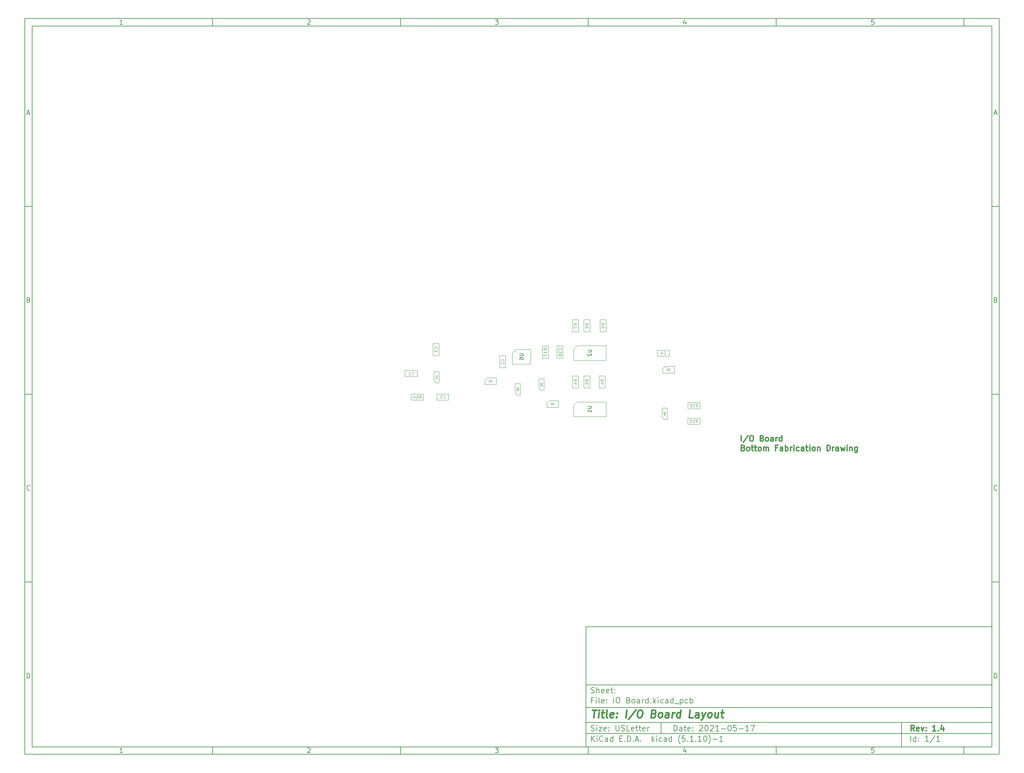
<source format=gbr>
G04 #@! TF.GenerationSoftware,KiCad,Pcbnew,(5.1.10)-1*
G04 #@! TF.CreationDate,2021-05-21T10:06:19-04:00*
G04 #@! TF.ProjectId,IO Board,494f2042-6f61-4726-942e-6b696361645f,1.4*
G04 #@! TF.SameCoordinates,Original*
G04 #@! TF.FileFunction,Other,Fab,Bot*
%FSLAX46Y46*%
G04 Gerber Fmt 4.6, Leading zero omitted, Abs format (unit mm)*
G04 Created by KiCad (PCBNEW (5.1.10)-1) date 2021-05-21 10:06:19*
%MOMM*%
%LPD*%
G01*
G04 APERTURE LIST*
%ADD10C,0.100000*%
%ADD11C,0.150000*%
%ADD12C,0.300000*%
%ADD13C,0.400000*%
%ADD14C,0.075000*%
%ADD15C,0.120000*%
G04 APERTURE END LIST*
D10*
D11*
X159400000Y-171900000D02*
X159400000Y-203900000D01*
X267400000Y-203900000D01*
X267400000Y-171900000D01*
X159400000Y-171900000D01*
D10*
D11*
X10000000Y-10000000D02*
X10000000Y-205900000D01*
X269400000Y-205900000D01*
X269400000Y-10000000D01*
X10000000Y-10000000D01*
D10*
D11*
X12000000Y-12000000D02*
X12000000Y-203900000D01*
X267400000Y-203900000D01*
X267400000Y-12000000D01*
X12000000Y-12000000D01*
D10*
D11*
X60000000Y-12000000D02*
X60000000Y-10000000D01*
D10*
D11*
X110000000Y-12000000D02*
X110000000Y-10000000D01*
D10*
D11*
X160000000Y-12000000D02*
X160000000Y-10000000D01*
D10*
D11*
X210000000Y-12000000D02*
X210000000Y-10000000D01*
D10*
D11*
X260000000Y-12000000D02*
X260000000Y-10000000D01*
D10*
D11*
X36065476Y-11588095D02*
X35322619Y-11588095D01*
X35694047Y-11588095D02*
X35694047Y-10288095D01*
X35570238Y-10473809D01*
X35446428Y-10597619D01*
X35322619Y-10659523D01*
D10*
D11*
X85322619Y-10411904D02*
X85384523Y-10350000D01*
X85508333Y-10288095D01*
X85817857Y-10288095D01*
X85941666Y-10350000D01*
X86003571Y-10411904D01*
X86065476Y-10535714D01*
X86065476Y-10659523D01*
X86003571Y-10845238D01*
X85260714Y-11588095D01*
X86065476Y-11588095D01*
D10*
D11*
X135260714Y-10288095D02*
X136065476Y-10288095D01*
X135632142Y-10783333D01*
X135817857Y-10783333D01*
X135941666Y-10845238D01*
X136003571Y-10907142D01*
X136065476Y-11030952D01*
X136065476Y-11340476D01*
X136003571Y-11464285D01*
X135941666Y-11526190D01*
X135817857Y-11588095D01*
X135446428Y-11588095D01*
X135322619Y-11526190D01*
X135260714Y-11464285D01*
D10*
D11*
X185941666Y-10721428D02*
X185941666Y-11588095D01*
X185632142Y-10226190D02*
X185322619Y-11154761D01*
X186127380Y-11154761D01*
D10*
D11*
X236003571Y-10288095D02*
X235384523Y-10288095D01*
X235322619Y-10907142D01*
X235384523Y-10845238D01*
X235508333Y-10783333D01*
X235817857Y-10783333D01*
X235941666Y-10845238D01*
X236003571Y-10907142D01*
X236065476Y-11030952D01*
X236065476Y-11340476D01*
X236003571Y-11464285D01*
X235941666Y-11526190D01*
X235817857Y-11588095D01*
X235508333Y-11588095D01*
X235384523Y-11526190D01*
X235322619Y-11464285D01*
D10*
D11*
X60000000Y-203900000D02*
X60000000Y-205900000D01*
D10*
D11*
X110000000Y-203900000D02*
X110000000Y-205900000D01*
D10*
D11*
X160000000Y-203900000D02*
X160000000Y-205900000D01*
D10*
D11*
X210000000Y-203900000D02*
X210000000Y-205900000D01*
D10*
D11*
X260000000Y-203900000D02*
X260000000Y-205900000D01*
D10*
D11*
X36065476Y-205488095D02*
X35322619Y-205488095D01*
X35694047Y-205488095D02*
X35694047Y-204188095D01*
X35570238Y-204373809D01*
X35446428Y-204497619D01*
X35322619Y-204559523D01*
D10*
D11*
X85322619Y-204311904D02*
X85384523Y-204250000D01*
X85508333Y-204188095D01*
X85817857Y-204188095D01*
X85941666Y-204250000D01*
X86003571Y-204311904D01*
X86065476Y-204435714D01*
X86065476Y-204559523D01*
X86003571Y-204745238D01*
X85260714Y-205488095D01*
X86065476Y-205488095D01*
D10*
D11*
X135260714Y-204188095D02*
X136065476Y-204188095D01*
X135632142Y-204683333D01*
X135817857Y-204683333D01*
X135941666Y-204745238D01*
X136003571Y-204807142D01*
X136065476Y-204930952D01*
X136065476Y-205240476D01*
X136003571Y-205364285D01*
X135941666Y-205426190D01*
X135817857Y-205488095D01*
X135446428Y-205488095D01*
X135322619Y-205426190D01*
X135260714Y-205364285D01*
D10*
D11*
X185941666Y-204621428D02*
X185941666Y-205488095D01*
X185632142Y-204126190D02*
X185322619Y-205054761D01*
X186127380Y-205054761D01*
D10*
D11*
X236003571Y-204188095D02*
X235384523Y-204188095D01*
X235322619Y-204807142D01*
X235384523Y-204745238D01*
X235508333Y-204683333D01*
X235817857Y-204683333D01*
X235941666Y-204745238D01*
X236003571Y-204807142D01*
X236065476Y-204930952D01*
X236065476Y-205240476D01*
X236003571Y-205364285D01*
X235941666Y-205426190D01*
X235817857Y-205488095D01*
X235508333Y-205488095D01*
X235384523Y-205426190D01*
X235322619Y-205364285D01*
D10*
D11*
X10000000Y-60000000D02*
X12000000Y-60000000D01*
D10*
D11*
X10000000Y-110000000D02*
X12000000Y-110000000D01*
D10*
D11*
X10000000Y-160000000D02*
X12000000Y-160000000D01*
D10*
D11*
X10690476Y-35216666D02*
X11309523Y-35216666D01*
X10566666Y-35588095D02*
X11000000Y-34288095D01*
X11433333Y-35588095D01*
D10*
D11*
X11092857Y-84907142D02*
X11278571Y-84969047D01*
X11340476Y-85030952D01*
X11402380Y-85154761D01*
X11402380Y-85340476D01*
X11340476Y-85464285D01*
X11278571Y-85526190D01*
X11154761Y-85588095D01*
X10659523Y-85588095D01*
X10659523Y-84288095D01*
X11092857Y-84288095D01*
X11216666Y-84350000D01*
X11278571Y-84411904D01*
X11340476Y-84535714D01*
X11340476Y-84659523D01*
X11278571Y-84783333D01*
X11216666Y-84845238D01*
X11092857Y-84907142D01*
X10659523Y-84907142D01*
D10*
D11*
X11402380Y-135464285D02*
X11340476Y-135526190D01*
X11154761Y-135588095D01*
X11030952Y-135588095D01*
X10845238Y-135526190D01*
X10721428Y-135402380D01*
X10659523Y-135278571D01*
X10597619Y-135030952D01*
X10597619Y-134845238D01*
X10659523Y-134597619D01*
X10721428Y-134473809D01*
X10845238Y-134350000D01*
X11030952Y-134288095D01*
X11154761Y-134288095D01*
X11340476Y-134350000D01*
X11402380Y-134411904D01*
D10*
D11*
X10659523Y-185588095D02*
X10659523Y-184288095D01*
X10969047Y-184288095D01*
X11154761Y-184350000D01*
X11278571Y-184473809D01*
X11340476Y-184597619D01*
X11402380Y-184845238D01*
X11402380Y-185030952D01*
X11340476Y-185278571D01*
X11278571Y-185402380D01*
X11154761Y-185526190D01*
X10969047Y-185588095D01*
X10659523Y-185588095D01*
D10*
D11*
X269400000Y-60000000D02*
X267400000Y-60000000D01*
D10*
D11*
X269400000Y-110000000D02*
X267400000Y-110000000D01*
D10*
D11*
X269400000Y-160000000D02*
X267400000Y-160000000D01*
D10*
D11*
X268090476Y-35216666D02*
X268709523Y-35216666D01*
X267966666Y-35588095D02*
X268400000Y-34288095D01*
X268833333Y-35588095D01*
D10*
D11*
X268492857Y-84907142D02*
X268678571Y-84969047D01*
X268740476Y-85030952D01*
X268802380Y-85154761D01*
X268802380Y-85340476D01*
X268740476Y-85464285D01*
X268678571Y-85526190D01*
X268554761Y-85588095D01*
X268059523Y-85588095D01*
X268059523Y-84288095D01*
X268492857Y-84288095D01*
X268616666Y-84350000D01*
X268678571Y-84411904D01*
X268740476Y-84535714D01*
X268740476Y-84659523D01*
X268678571Y-84783333D01*
X268616666Y-84845238D01*
X268492857Y-84907142D01*
X268059523Y-84907142D01*
D10*
D11*
X268802380Y-135464285D02*
X268740476Y-135526190D01*
X268554761Y-135588095D01*
X268430952Y-135588095D01*
X268245238Y-135526190D01*
X268121428Y-135402380D01*
X268059523Y-135278571D01*
X267997619Y-135030952D01*
X267997619Y-134845238D01*
X268059523Y-134597619D01*
X268121428Y-134473809D01*
X268245238Y-134350000D01*
X268430952Y-134288095D01*
X268554761Y-134288095D01*
X268740476Y-134350000D01*
X268802380Y-134411904D01*
D10*
D11*
X268059523Y-185588095D02*
X268059523Y-184288095D01*
X268369047Y-184288095D01*
X268554761Y-184350000D01*
X268678571Y-184473809D01*
X268740476Y-184597619D01*
X268802380Y-184845238D01*
X268802380Y-185030952D01*
X268740476Y-185278571D01*
X268678571Y-185402380D01*
X268554761Y-185526190D01*
X268369047Y-185588095D01*
X268059523Y-185588095D01*
D10*
D11*
X182832142Y-199678571D02*
X182832142Y-198178571D01*
X183189285Y-198178571D01*
X183403571Y-198250000D01*
X183546428Y-198392857D01*
X183617857Y-198535714D01*
X183689285Y-198821428D01*
X183689285Y-199035714D01*
X183617857Y-199321428D01*
X183546428Y-199464285D01*
X183403571Y-199607142D01*
X183189285Y-199678571D01*
X182832142Y-199678571D01*
X184975000Y-199678571D02*
X184975000Y-198892857D01*
X184903571Y-198750000D01*
X184760714Y-198678571D01*
X184475000Y-198678571D01*
X184332142Y-198750000D01*
X184975000Y-199607142D02*
X184832142Y-199678571D01*
X184475000Y-199678571D01*
X184332142Y-199607142D01*
X184260714Y-199464285D01*
X184260714Y-199321428D01*
X184332142Y-199178571D01*
X184475000Y-199107142D01*
X184832142Y-199107142D01*
X184975000Y-199035714D01*
X185475000Y-198678571D02*
X186046428Y-198678571D01*
X185689285Y-198178571D02*
X185689285Y-199464285D01*
X185760714Y-199607142D01*
X185903571Y-199678571D01*
X186046428Y-199678571D01*
X187117857Y-199607142D02*
X186975000Y-199678571D01*
X186689285Y-199678571D01*
X186546428Y-199607142D01*
X186475000Y-199464285D01*
X186475000Y-198892857D01*
X186546428Y-198750000D01*
X186689285Y-198678571D01*
X186975000Y-198678571D01*
X187117857Y-198750000D01*
X187189285Y-198892857D01*
X187189285Y-199035714D01*
X186475000Y-199178571D01*
X187832142Y-199535714D02*
X187903571Y-199607142D01*
X187832142Y-199678571D01*
X187760714Y-199607142D01*
X187832142Y-199535714D01*
X187832142Y-199678571D01*
X187832142Y-198750000D02*
X187903571Y-198821428D01*
X187832142Y-198892857D01*
X187760714Y-198821428D01*
X187832142Y-198750000D01*
X187832142Y-198892857D01*
X189617857Y-198321428D02*
X189689285Y-198250000D01*
X189832142Y-198178571D01*
X190189285Y-198178571D01*
X190332142Y-198250000D01*
X190403571Y-198321428D01*
X190475000Y-198464285D01*
X190475000Y-198607142D01*
X190403571Y-198821428D01*
X189546428Y-199678571D01*
X190475000Y-199678571D01*
X191403571Y-198178571D02*
X191546428Y-198178571D01*
X191689285Y-198250000D01*
X191760714Y-198321428D01*
X191832142Y-198464285D01*
X191903571Y-198750000D01*
X191903571Y-199107142D01*
X191832142Y-199392857D01*
X191760714Y-199535714D01*
X191689285Y-199607142D01*
X191546428Y-199678571D01*
X191403571Y-199678571D01*
X191260714Y-199607142D01*
X191189285Y-199535714D01*
X191117857Y-199392857D01*
X191046428Y-199107142D01*
X191046428Y-198750000D01*
X191117857Y-198464285D01*
X191189285Y-198321428D01*
X191260714Y-198250000D01*
X191403571Y-198178571D01*
X192475000Y-198321428D02*
X192546428Y-198250000D01*
X192689285Y-198178571D01*
X193046428Y-198178571D01*
X193189285Y-198250000D01*
X193260714Y-198321428D01*
X193332142Y-198464285D01*
X193332142Y-198607142D01*
X193260714Y-198821428D01*
X192403571Y-199678571D01*
X193332142Y-199678571D01*
X194760714Y-199678571D02*
X193903571Y-199678571D01*
X194332142Y-199678571D02*
X194332142Y-198178571D01*
X194189285Y-198392857D01*
X194046428Y-198535714D01*
X193903571Y-198607142D01*
X195403571Y-199107142D02*
X196546428Y-199107142D01*
X197546428Y-198178571D02*
X197689285Y-198178571D01*
X197832142Y-198250000D01*
X197903571Y-198321428D01*
X197975000Y-198464285D01*
X198046428Y-198750000D01*
X198046428Y-199107142D01*
X197975000Y-199392857D01*
X197903571Y-199535714D01*
X197832142Y-199607142D01*
X197689285Y-199678571D01*
X197546428Y-199678571D01*
X197403571Y-199607142D01*
X197332142Y-199535714D01*
X197260714Y-199392857D01*
X197189285Y-199107142D01*
X197189285Y-198750000D01*
X197260714Y-198464285D01*
X197332142Y-198321428D01*
X197403571Y-198250000D01*
X197546428Y-198178571D01*
X199403571Y-198178571D02*
X198689285Y-198178571D01*
X198617857Y-198892857D01*
X198689285Y-198821428D01*
X198832142Y-198750000D01*
X199189285Y-198750000D01*
X199332142Y-198821428D01*
X199403571Y-198892857D01*
X199475000Y-199035714D01*
X199475000Y-199392857D01*
X199403571Y-199535714D01*
X199332142Y-199607142D01*
X199189285Y-199678571D01*
X198832142Y-199678571D01*
X198689285Y-199607142D01*
X198617857Y-199535714D01*
X200117857Y-199107142D02*
X201260714Y-199107142D01*
X202760714Y-199678571D02*
X201903571Y-199678571D01*
X202332142Y-199678571D02*
X202332142Y-198178571D01*
X202189285Y-198392857D01*
X202046428Y-198535714D01*
X201903571Y-198607142D01*
X203260714Y-198178571D02*
X204260714Y-198178571D01*
X203617857Y-199678571D01*
D10*
D11*
X159400000Y-200400000D02*
X267400000Y-200400000D01*
D10*
D11*
X160832142Y-202478571D02*
X160832142Y-200978571D01*
X161689285Y-202478571D02*
X161046428Y-201621428D01*
X161689285Y-200978571D02*
X160832142Y-201835714D01*
X162332142Y-202478571D02*
X162332142Y-201478571D01*
X162332142Y-200978571D02*
X162260714Y-201050000D01*
X162332142Y-201121428D01*
X162403571Y-201050000D01*
X162332142Y-200978571D01*
X162332142Y-201121428D01*
X163903571Y-202335714D02*
X163832142Y-202407142D01*
X163617857Y-202478571D01*
X163475000Y-202478571D01*
X163260714Y-202407142D01*
X163117857Y-202264285D01*
X163046428Y-202121428D01*
X162975000Y-201835714D01*
X162975000Y-201621428D01*
X163046428Y-201335714D01*
X163117857Y-201192857D01*
X163260714Y-201050000D01*
X163475000Y-200978571D01*
X163617857Y-200978571D01*
X163832142Y-201050000D01*
X163903571Y-201121428D01*
X165189285Y-202478571D02*
X165189285Y-201692857D01*
X165117857Y-201550000D01*
X164975000Y-201478571D01*
X164689285Y-201478571D01*
X164546428Y-201550000D01*
X165189285Y-202407142D02*
X165046428Y-202478571D01*
X164689285Y-202478571D01*
X164546428Y-202407142D01*
X164475000Y-202264285D01*
X164475000Y-202121428D01*
X164546428Y-201978571D01*
X164689285Y-201907142D01*
X165046428Y-201907142D01*
X165189285Y-201835714D01*
X166546428Y-202478571D02*
X166546428Y-200978571D01*
X166546428Y-202407142D02*
X166403571Y-202478571D01*
X166117857Y-202478571D01*
X165975000Y-202407142D01*
X165903571Y-202335714D01*
X165832142Y-202192857D01*
X165832142Y-201764285D01*
X165903571Y-201621428D01*
X165975000Y-201550000D01*
X166117857Y-201478571D01*
X166403571Y-201478571D01*
X166546428Y-201550000D01*
X168403571Y-201692857D02*
X168903571Y-201692857D01*
X169117857Y-202478571D02*
X168403571Y-202478571D01*
X168403571Y-200978571D01*
X169117857Y-200978571D01*
X169760714Y-202335714D02*
X169832142Y-202407142D01*
X169760714Y-202478571D01*
X169689285Y-202407142D01*
X169760714Y-202335714D01*
X169760714Y-202478571D01*
X170475000Y-202478571D02*
X170475000Y-200978571D01*
X170832142Y-200978571D01*
X171046428Y-201050000D01*
X171189285Y-201192857D01*
X171260714Y-201335714D01*
X171332142Y-201621428D01*
X171332142Y-201835714D01*
X171260714Y-202121428D01*
X171189285Y-202264285D01*
X171046428Y-202407142D01*
X170832142Y-202478571D01*
X170475000Y-202478571D01*
X171975000Y-202335714D02*
X172046428Y-202407142D01*
X171975000Y-202478571D01*
X171903571Y-202407142D01*
X171975000Y-202335714D01*
X171975000Y-202478571D01*
X172617857Y-202050000D02*
X173332142Y-202050000D01*
X172475000Y-202478571D02*
X172975000Y-200978571D01*
X173475000Y-202478571D01*
X173975000Y-202335714D02*
X174046428Y-202407142D01*
X173975000Y-202478571D01*
X173903571Y-202407142D01*
X173975000Y-202335714D01*
X173975000Y-202478571D01*
X176975000Y-202478571D02*
X176975000Y-200978571D01*
X177117857Y-201907142D02*
X177546428Y-202478571D01*
X177546428Y-201478571D02*
X176975000Y-202050000D01*
X178189285Y-202478571D02*
X178189285Y-201478571D01*
X178189285Y-200978571D02*
X178117857Y-201050000D01*
X178189285Y-201121428D01*
X178260714Y-201050000D01*
X178189285Y-200978571D01*
X178189285Y-201121428D01*
X179546428Y-202407142D02*
X179403571Y-202478571D01*
X179117857Y-202478571D01*
X178975000Y-202407142D01*
X178903571Y-202335714D01*
X178832142Y-202192857D01*
X178832142Y-201764285D01*
X178903571Y-201621428D01*
X178975000Y-201550000D01*
X179117857Y-201478571D01*
X179403571Y-201478571D01*
X179546428Y-201550000D01*
X180832142Y-202478571D02*
X180832142Y-201692857D01*
X180760714Y-201550000D01*
X180617857Y-201478571D01*
X180332142Y-201478571D01*
X180189285Y-201550000D01*
X180832142Y-202407142D02*
X180689285Y-202478571D01*
X180332142Y-202478571D01*
X180189285Y-202407142D01*
X180117857Y-202264285D01*
X180117857Y-202121428D01*
X180189285Y-201978571D01*
X180332142Y-201907142D01*
X180689285Y-201907142D01*
X180832142Y-201835714D01*
X182189285Y-202478571D02*
X182189285Y-200978571D01*
X182189285Y-202407142D02*
X182046428Y-202478571D01*
X181760714Y-202478571D01*
X181617857Y-202407142D01*
X181546428Y-202335714D01*
X181475000Y-202192857D01*
X181475000Y-201764285D01*
X181546428Y-201621428D01*
X181617857Y-201550000D01*
X181760714Y-201478571D01*
X182046428Y-201478571D01*
X182189285Y-201550000D01*
X184475000Y-203050000D02*
X184403571Y-202978571D01*
X184260714Y-202764285D01*
X184189285Y-202621428D01*
X184117857Y-202407142D01*
X184046428Y-202050000D01*
X184046428Y-201764285D01*
X184117857Y-201407142D01*
X184189285Y-201192857D01*
X184260714Y-201050000D01*
X184403571Y-200835714D01*
X184475000Y-200764285D01*
X185760714Y-200978571D02*
X185046428Y-200978571D01*
X184975000Y-201692857D01*
X185046428Y-201621428D01*
X185189285Y-201550000D01*
X185546428Y-201550000D01*
X185689285Y-201621428D01*
X185760714Y-201692857D01*
X185832142Y-201835714D01*
X185832142Y-202192857D01*
X185760714Y-202335714D01*
X185689285Y-202407142D01*
X185546428Y-202478571D01*
X185189285Y-202478571D01*
X185046428Y-202407142D01*
X184975000Y-202335714D01*
X186475000Y-202335714D02*
X186546428Y-202407142D01*
X186475000Y-202478571D01*
X186403571Y-202407142D01*
X186475000Y-202335714D01*
X186475000Y-202478571D01*
X187975000Y-202478571D02*
X187117857Y-202478571D01*
X187546428Y-202478571D02*
X187546428Y-200978571D01*
X187403571Y-201192857D01*
X187260714Y-201335714D01*
X187117857Y-201407142D01*
X188617857Y-202335714D02*
X188689285Y-202407142D01*
X188617857Y-202478571D01*
X188546428Y-202407142D01*
X188617857Y-202335714D01*
X188617857Y-202478571D01*
X190117857Y-202478571D02*
X189260714Y-202478571D01*
X189689285Y-202478571D02*
X189689285Y-200978571D01*
X189546428Y-201192857D01*
X189403571Y-201335714D01*
X189260714Y-201407142D01*
X191046428Y-200978571D02*
X191189285Y-200978571D01*
X191332142Y-201050000D01*
X191403571Y-201121428D01*
X191475000Y-201264285D01*
X191546428Y-201550000D01*
X191546428Y-201907142D01*
X191475000Y-202192857D01*
X191403571Y-202335714D01*
X191332142Y-202407142D01*
X191189285Y-202478571D01*
X191046428Y-202478571D01*
X190903571Y-202407142D01*
X190832142Y-202335714D01*
X190760714Y-202192857D01*
X190689285Y-201907142D01*
X190689285Y-201550000D01*
X190760714Y-201264285D01*
X190832142Y-201121428D01*
X190903571Y-201050000D01*
X191046428Y-200978571D01*
X192046428Y-203050000D02*
X192117857Y-202978571D01*
X192260714Y-202764285D01*
X192332142Y-202621428D01*
X192403571Y-202407142D01*
X192475000Y-202050000D01*
X192475000Y-201764285D01*
X192403571Y-201407142D01*
X192332142Y-201192857D01*
X192260714Y-201050000D01*
X192117857Y-200835714D01*
X192046428Y-200764285D01*
X193189285Y-201907142D02*
X194332142Y-201907142D01*
X195832142Y-202478571D02*
X194975000Y-202478571D01*
X195403571Y-202478571D02*
X195403571Y-200978571D01*
X195260714Y-201192857D01*
X195117857Y-201335714D01*
X194975000Y-201407142D01*
D10*
D11*
X159400000Y-197400000D02*
X267400000Y-197400000D01*
D10*
D12*
X246809285Y-199678571D02*
X246309285Y-198964285D01*
X245952142Y-199678571D02*
X245952142Y-198178571D01*
X246523571Y-198178571D01*
X246666428Y-198250000D01*
X246737857Y-198321428D01*
X246809285Y-198464285D01*
X246809285Y-198678571D01*
X246737857Y-198821428D01*
X246666428Y-198892857D01*
X246523571Y-198964285D01*
X245952142Y-198964285D01*
X248023571Y-199607142D02*
X247880714Y-199678571D01*
X247595000Y-199678571D01*
X247452142Y-199607142D01*
X247380714Y-199464285D01*
X247380714Y-198892857D01*
X247452142Y-198750000D01*
X247595000Y-198678571D01*
X247880714Y-198678571D01*
X248023571Y-198750000D01*
X248095000Y-198892857D01*
X248095000Y-199035714D01*
X247380714Y-199178571D01*
X248595000Y-198678571D02*
X248952142Y-199678571D01*
X249309285Y-198678571D01*
X249880714Y-199535714D02*
X249952142Y-199607142D01*
X249880714Y-199678571D01*
X249809285Y-199607142D01*
X249880714Y-199535714D01*
X249880714Y-199678571D01*
X249880714Y-198750000D02*
X249952142Y-198821428D01*
X249880714Y-198892857D01*
X249809285Y-198821428D01*
X249880714Y-198750000D01*
X249880714Y-198892857D01*
X252523571Y-199678571D02*
X251666428Y-199678571D01*
X252095000Y-199678571D02*
X252095000Y-198178571D01*
X251952142Y-198392857D01*
X251809285Y-198535714D01*
X251666428Y-198607142D01*
X253166428Y-199535714D02*
X253237857Y-199607142D01*
X253166428Y-199678571D01*
X253095000Y-199607142D01*
X253166428Y-199535714D01*
X253166428Y-199678571D01*
X254523571Y-198678571D02*
X254523571Y-199678571D01*
X254166428Y-198107142D02*
X253809285Y-199178571D01*
X254737857Y-199178571D01*
D10*
D11*
X160760714Y-199607142D02*
X160975000Y-199678571D01*
X161332142Y-199678571D01*
X161475000Y-199607142D01*
X161546428Y-199535714D01*
X161617857Y-199392857D01*
X161617857Y-199250000D01*
X161546428Y-199107142D01*
X161475000Y-199035714D01*
X161332142Y-198964285D01*
X161046428Y-198892857D01*
X160903571Y-198821428D01*
X160832142Y-198750000D01*
X160760714Y-198607142D01*
X160760714Y-198464285D01*
X160832142Y-198321428D01*
X160903571Y-198250000D01*
X161046428Y-198178571D01*
X161403571Y-198178571D01*
X161617857Y-198250000D01*
X162260714Y-199678571D02*
X162260714Y-198678571D01*
X162260714Y-198178571D02*
X162189285Y-198250000D01*
X162260714Y-198321428D01*
X162332142Y-198250000D01*
X162260714Y-198178571D01*
X162260714Y-198321428D01*
X162832142Y-198678571D02*
X163617857Y-198678571D01*
X162832142Y-199678571D01*
X163617857Y-199678571D01*
X164760714Y-199607142D02*
X164617857Y-199678571D01*
X164332142Y-199678571D01*
X164189285Y-199607142D01*
X164117857Y-199464285D01*
X164117857Y-198892857D01*
X164189285Y-198750000D01*
X164332142Y-198678571D01*
X164617857Y-198678571D01*
X164760714Y-198750000D01*
X164832142Y-198892857D01*
X164832142Y-199035714D01*
X164117857Y-199178571D01*
X165475000Y-199535714D02*
X165546428Y-199607142D01*
X165475000Y-199678571D01*
X165403571Y-199607142D01*
X165475000Y-199535714D01*
X165475000Y-199678571D01*
X165475000Y-198750000D02*
X165546428Y-198821428D01*
X165475000Y-198892857D01*
X165403571Y-198821428D01*
X165475000Y-198750000D01*
X165475000Y-198892857D01*
X167332142Y-198178571D02*
X167332142Y-199392857D01*
X167403571Y-199535714D01*
X167475000Y-199607142D01*
X167617857Y-199678571D01*
X167903571Y-199678571D01*
X168046428Y-199607142D01*
X168117857Y-199535714D01*
X168189285Y-199392857D01*
X168189285Y-198178571D01*
X168832142Y-199607142D02*
X169046428Y-199678571D01*
X169403571Y-199678571D01*
X169546428Y-199607142D01*
X169617857Y-199535714D01*
X169689285Y-199392857D01*
X169689285Y-199250000D01*
X169617857Y-199107142D01*
X169546428Y-199035714D01*
X169403571Y-198964285D01*
X169117857Y-198892857D01*
X168975000Y-198821428D01*
X168903571Y-198750000D01*
X168832142Y-198607142D01*
X168832142Y-198464285D01*
X168903571Y-198321428D01*
X168975000Y-198250000D01*
X169117857Y-198178571D01*
X169475000Y-198178571D01*
X169689285Y-198250000D01*
X171046428Y-199678571D02*
X170332142Y-199678571D01*
X170332142Y-198178571D01*
X172117857Y-199607142D02*
X171975000Y-199678571D01*
X171689285Y-199678571D01*
X171546428Y-199607142D01*
X171475000Y-199464285D01*
X171475000Y-198892857D01*
X171546428Y-198750000D01*
X171689285Y-198678571D01*
X171975000Y-198678571D01*
X172117857Y-198750000D01*
X172189285Y-198892857D01*
X172189285Y-199035714D01*
X171475000Y-199178571D01*
X172617857Y-198678571D02*
X173189285Y-198678571D01*
X172832142Y-198178571D02*
X172832142Y-199464285D01*
X172903571Y-199607142D01*
X173046428Y-199678571D01*
X173189285Y-199678571D01*
X173475000Y-198678571D02*
X174046428Y-198678571D01*
X173689285Y-198178571D02*
X173689285Y-199464285D01*
X173760714Y-199607142D01*
X173903571Y-199678571D01*
X174046428Y-199678571D01*
X175117857Y-199607142D02*
X174975000Y-199678571D01*
X174689285Y-199678571D01*
X174546428Y-199607142D01*
X174475000Y-199464285D01*
X174475000Y-198892857D01*
X174546428Y-198750000D01*
X174689285Y-198678571D01*
X174975000Y-198678571D01*
X175117857Y-198750000D01*
X175189285Y-198892857D01*
X175189285Y-199035714D01*
X174475000Y-199178571D01*
X175832142Y-199678571D02*
X175832142Y-198678571D01*
X175832142Y-198964285D02*
X175903571Y-198821428D01*
X175975000Y-198750000D01*
X176117857Y-198678571D01*
X176260714Y-198678571D01*
D10*
D11*
X245832142Y-202478571D02*
X245832142Y-200978571D01*
X247189285Y-202478571D02*
X247189285Y-200978571D01*
X247189285Y-202407142D02*
X247046428Y-202478571D01*
X246760714Y-202478571D01*
X246617857Y-202407142D01*
X246546428Y-202335714D01*
X246475000Y-202192857D01*
X246475000Y-201764285D01*
X246546428Y-201621428D01*
X246617857Y-201550000D01*
X246760714Y-201478571D01*
X247046428Y-201478571D01*
X247189285Y-201550000D01*
X247903571Y-202335714D02*
X247975000Y-202407142D01*
X247903571Y-202478571D01*
X247832142Y-202407142D01*
X247903571Y-202335714D01*
X247903571Y-202478571D01*
X247903571Y-201550000D02*
X247975000Y-201621428D01*
X247903571Y-201692857D01*
X247832142Y-201621428D01*
X247903571Y-201550000D01*
X247903571Y-201692857D01*
X250546428Y-202478571D02*
X249689285Y-202478571D01*
X250117857Y-202478571D02*
X250117857Y-200978571D01*
X249975000Y-201192857D01*
X249832142Y-201335714D01*
X249689285Y-201407142D01*
X252260714Y-200907142D02*
X250975000Y-202835714D01*
X253546428Y-202478571D02*
X252689285Y-202478571D01*
X253117857Y-202478571D02*
X253117857Y-200978571D01*
X252975000Y-201192857D01*
X252832142Y-201335714D01*
X252689285Y-201407142D01*
D10*
D11*
X159400000Y-193400000D02*
X267400000Y-193400000D01*
D10*
D13*
X161112380Y-194104761D02*
X162255238Y-194104761D01*
X161433809Y-196104761D02*
X161683809Y-194104761D01*
X162671904Y-196104761D02*
X162838571Y-194771428D01*
X162921904Y-194104761D02*
X162814761Y-194200000D01*
X162898095Y-194295238D01*
X163005238Y-194200000D01*
X162921904Y-194104761D01*
X162898095Y-194295238D01*
X163505238Y-194771428D02*
X164267142Y-194771428D01*
X163874285Y-194104761D02*
X163660000Y-195819047D01*
X163731428Y-196009523D01*
X163910000Y-196104761D01*
X164100476Y-196104761D01*
X165052857Y-196104761D02*
X164874285Y-196009523D01*
X164802857Y-195819047D01*
X165017142Y-194104761D01*
X166588571Y-196009523D02*
X166386190Y-196104761D01*
X166005238Y-196104761D01*
X165826666Y-196009523D01*
X165755238Y-195819047D01*
X165850476Y-195057142D01*
X165969523Y-194866666D01*
X166171904Y-194771428D01*
X166552857Y-194771428D01*
X166731428Y-194866666D01*
X166802857Y-195057142D01*
X166779047Y-195247619D01*
X165802857Y-195438095D01*
X167552857Y-195914285D02*
X167636190Y-196009523D01*
X167529047Y-196104761D01*
X167445714Y-196009523D01*
X167552857Y-195914285D01*
X167529047Y-196104761D01*
X167683809Y-194866666D02*
X167767142Y-194961904D01*
X167660000Y-195057142D01*
X167576666Y-194961904D01*
X167683809Y-194866666D01*
X167660000Y-195057142D01*
X170005238Y-196104761D02*
X170255238Y-194104761D01*
X172648095Y-194009523D02*
X170612380Y-196580952D01*
X173683809Y-194104761D02*
X174064761Y-194104761D01*
X174243333Y-194200000D01*
X174410000Y-194390476D01*
X174457619Y-194771428D01*
X174374285Y-195438095D01*
X174231428Y-195819047D01*
X174017142Y-196009523D01*
X173814761Y-196104761D01*
X173433809Y-196104761D01*
X173255238Y-196009523D01*
X173088571Y-195819047D01*
X173040952Y-195438095D01*
X173124285Y-194771428D01*
X173267142Y-194390476D01*
X173481428Y-194200000D01*
X173683809Y-194104761D01*
X177469523Y-195057142D02*
X177743333Y-195152380D01*
X177826666Y-195247619D01*
X177898095Y-195438095D01*
X177862380Y-195723809D01*
X177743333Y-195914285D01*
X177636190Y-196009523D01*
X177433809Y-196104761D01*
X176671904Y-196104761D01*
X176921904Y-194104761D01*
X177588571Y-194104761D01*
X177767142Y-194200000D01*
X177850476Y-194295238D01*
X177921904Y-194485714D01*
X177898095Y-194676190D01*
X177779047Y-194866666D01*
X177671904Y-194961904D01*
X177469523Y-195057142D01*
X176802857Y-195057142D01*
X178957619Y-196104761D02*
X178779047Y-196009523D01*
X178695714Y-195914285D01*
X178624285Y-195723809D01*
X178695714Y-195152380D01*
X178814761Y-194961904D01*
X178921904Y-194866666D01*
X179124285Y-194771428D01*
X179410000Y-194771428D01*
X179588571Y-194866666D01*
X179671904Y-194961904D01*
X179743333Y-195152380D01*
X179671904Y-195723809D01*
X179552857Y-195914285D01*
X179445714Y-196009523D01*
X179243333Y-196104761D01*
X178957619Y-196104761D01*
X181338571Y-196104761D02*
X181469523Y-195057142D01*
X181398095Y-194866666D01*
X181219523Y-194771428D01*
X180838571Y-194771428D01*
X180636190Y-194866666D01*
X181350476Y-196009523D02*
X181148095Y-196104761D01*
X180671904Y-196104761D01*
X180493333Y-196009523D01*
X180421904Y-195819047D01*
X180445714Y-195628571D01*
X180564761Y-195438095D01*
X180767142Y-195342857D01*
X181243333Y-195342857D01*
X181445714Y-195247619D01*
X182290952Y-196104761D02*
X182457619Y-194771428D01*
X182410000Y-195152380D02*
X182529047Y-194961904D01*
X182636190Y-194866666D01*
X182838571Y-194771428D01*
X183029047Y-194771428D01*
X184386190Y-196104761D02*
X184636190Y-194104761D01*
X184398095Y-196009523D02*
X184195714Y-196104761D01*
X183814761Y-196104761D01*
X183636190Y-196009523D01*
X183552857Y-195914285D01*
X183481428Y-195723809D01*
X183552857Y-195152380D01*
X183671904Y-194961904D01*
X183779047Y-194866666D01*
X183981428Y-194771428D01*
X184362380Y-194771428D01*
X184540952Y-194866666D01*
X187814761Y-196104761D02*
X186862380Y-196104761D01*
X187112380Y-194104761D01*
X189338571Y-196104761D02*
X189469523Y-195057142D01*
X189398095Y-194866666D01*
X189219523Y-194771428D01*
X188838571Y-194771428D01*
X188636190Y-194866666D01*
X189350476Y-196009523D02*
X189148095Y-196104761D01*
X188671904Y-196104761D01*
X188493333Y-196009523D01*
X188421904Y-195819047D01*
X188445714Y-195628571D01*
X188564761Y-195438095D01*
X188767142Y-195342857D01*
X189243333Y-195342857D01*
X189445714Y-195247619D01*
X190267142Y-194771428D02*
X190576666Y-196104761D01*
X191219523Y-194771428D02*
X190576666Y-196104761D01*
X190326666Y-196580952D01*
X190219523Y-196676190D01*
X190017142Y-196771428D01*
X192100476Y-196104761D02*
X191921904Y-196009523D01*
X191838571Y-195914285D01*
X191767142Y-195723809D01*
X191838571Y-195152380D01*
X191957619Y-194961904D01*
X192064761Y-194866666D01*
X192267142Y-194771428D01*
X192552857Y-194771428D01*
X192731428Y-194866666D01*
X192814761Y-194961904D01*
X192886190Y-195152380D01*
X192814761Y-195723809D01*
X192695714Y-195914285D01*
X192588571Y-196009523D01*
X192386190Y-196104761D01*
X192100476Y-196104761D01*
X194648095Y-194771428D02*
X194481428Y-196104761D01*
X193790952Y-194771428D02*
X193660000Y-195819047D01*
X193731428Y-196009523D01*
X193910000Y-196104761D01*
X194195714Y-196104761D01*
X194398095Y-196009523D01*
X194505238Y-195914285D01*
X195314761Y-194771428D02*
X196076666Y-194771428D01*
X195683809Y-194104761D02*
X195469523Y-195819047D01*
X195540952Y-196009523D01*
X195719523Y-196104761D01*
X195910000Y-196104761D01*
D10*
D11*
X161332142Y-191492857D02*
X160832142Y-191492857D01*
X160832142Y-192278571D02*
X160832142Y-190778571D01*
X161546428Y-190778571D01*
X162117857Y-192278571D02*
X162117857Y-191278571D01*
X162117857Y-190778571D02*
X162046428Y-190850000D01*
X162117857Y-190921428D01*
X162189285Y-190850000D01*
X162117857Y-190778571D01*
X162117857Y-190921428D01*
X163046428Y-192278571D02*
X162903571Y-192207142D01*
X162832142Y-192064285D01*
X162832142Y-190778571D01*
X164189285Y-192207142D02*
X164046428Y-192278571D01*
X163760714Y-192278571D01*
X163617857Y-192207142D01*
X163546428Y-192064285D01*
X163546428Y-191492857D01*
X163617857Y-191350000D01*
X163760714Y-191278571D01*
X164046428Y-191278571D01*
X164189285Y-191350000D01*
X164260714Y-191492857D01*
X164260714Y-191635714D01*
X163546428Y-191778571D01*
X164903571Y-192135714D02*
X164975000Y-192207142D01*
X164903571Y-192278571D01*
X164832142Y-192207142D01*
X164903571Y-192135714D01*
X164903571Y-192278571D01*
X164903571Y-191350000D02*
X164975000Y-191421428D01*
X164903571Y-191492857D01*
X164832142Y-191421428D01*
X164903571Y-191350000D01*
X164903571Y-191492857D01*
X166760714Y-192278571D02*
X166760714Y-190778571D01*
X167760714Y-190778571D02*
X168046428Y-190778571D01*
X168189285Y-190850000D01*
X168332142Y-190992857D01*
X168403571Y-191278571D01*
X168403571Y-191778571D01*
X168332142Y-192064285D01*
X168189285Y-192207142D01*
X168046428Y-192278571D01*
X167760714Y-192278571D01*
X167617857Y-192207142D01*
X167475000Y-192064285D01*
X167403571Y-191778571D01*
X167403571Y-191278571D01*
X167475000Y-190992857D01*
X167617857Y-190850000D01*
X167760714Y-190778571D01*
X170689285Y-191492857D02*
X170903571Y-191564285D01*
X170975000Y-191635714D01*
X171046428Y-191778571D01*
X171046428Y-191992857D01*
X170975000Y-192135714D01*
X170903571Y-192207142D01*
X170760714Y-192278571D01*
X170189285Y-192278571D01*
X170189285Y-190778571D01*
X170689285Y-190778571D01*
X170832142Y-190850000D01*
X170903571Y-190921428D01*
X170975000Y-191064285D01*
X170975000Y-191207142D01*
X170903571Y-191350000D01*
X170832142Y-191421428D01*
X170689285Y-191492857D01*
X170189285Y-191492857D01*
X171903571Y-192278571D02*
X171760714Y-192207142D01*
X171689285Y-192135714D01*
X171617857Y-191992857D01*
X171617857Y-191564285D01*
X171689285Y-191421428D01*
X171760714Y-191350000D01*
X171903571Y-191278571D01*
X172117857Y-191278571D01*
X172260714Y-191350000D01*
X172332142Y-191421428D01*
X172403571Y-191564285D01*
X172403571Y-191992857D01*
X172332142Y-192135714D01*
X172260714Y-192207142D01*
X172117857Y-192278571D01*
X171903571Y-192278571D01*
X173689285Y-192278571D02*
X173689285Y-191492857D01*
X173617857Y-191350000D01*
X173475000Y-191278571D01*
X173189285Y-191278571D01*
X173046428Y-191350000D01*
X173689285Y-192207142D02*
X173546428Y-192278571D01*
X173189285Y-192278571D01*
X173046428Y-192207142D01*
X172975000Y-192064285D01*
X172975000Y-191921428D01*
X173046428Y-191778571D01*
X173189285Y-191707142D01*
X173546428Y-191707142D01*
X173689285Y-191635714D01*
X174403571Y-192278571D02*
X174403571Y-191278571D01*
X174403571Y-191564285D02*
X174475000Y-191421428D01*
X174546428Y-191350000D01*
X174689285Y-191278571D01*
X174832142Y-191278571D01*
X175975000Y-192278571D02*
X175975000Y-190778571D01*
X175975000Y-192207142D02*
X175832142Y-192278571D01*
X175546428Y-192278571D01*
X175403571Y-192207142D01*
X175332142Y-192135714D01*
X175260714Y-191992857D01*
X175260714Y-191564285D01*
X175332142Y-191421428D01*
X175403571Y-191350000D01*
X175546428Y-191278571D01*
X175832142Y-191278571D01*
X175975000Y-191350000D01*
X176689285Y-192135714D02*
X176760714Y-192207142D01*
X176689285Y-192278571D01*
X176617857Y-192207142D01*
X176689285Y-192135714D01*
X176689285Y-192278571D01*
X177403571Y-192278571D02*
X177403571Y-190778571D01*
X177546428Y-191707142D02*
X177975000Y-192278571D01*
X177975000Y-191278571D02*
X177403571Y-191850000D01*
X178617857Y-192278571D02*
X178617857Y-191278571D01*
X178617857Y-190778571D02*
X178546428Y-190850000D01*
X178617857Y-190921428D01*
X178689285Y-190850000D01*
X178617857Y-190778571D01*
X178617857Y-190921428D01*
X179975000Y-192207142D02*
X179832142Y-192278571D01*
X179546428Y-192278571D01*
X179403571Y-192207142D01*
X179332142Y-192135714D01*
X179260714Y-191992857D01*
X179260714Y-191564285D01*
X179332142Y-191421428D01*
X179403571Y-191350000D01*
X179546428Y-191278571D01*
X179832142Y-191278571D01*
X179975000Y-191350000D01*
X181260714Y-192278571D02*
X181260714Y-191492857D01*
X181189285Y-191350000D01*
X181046428Y-191278571D01*
X180760714Y-191278571D01*
X180617857Y-191350000D01*
X181260714Y-192207142D02*
X181117857Y-192278571D01*
X180760714Y-192278571D01*
X180617857Y-192207142D01*
X180546428Y-192064285D01*
X180546428Y-191921428D01*
X180617857Y-191778571D01*
X180760714Y-191707142D01*
X181117857Y-191707142D01*
X181260714Y-191635714D01*
X182617857Y-192278571D02*
X182617857Y-190778571D01*
X182617857Y-192207142D02*
X182475000Y-192278571D01*
X182189285Y-192278571D01*
X182046428Y-192207142D01*
X181975000Y-192135714D01*
X181903571Y-191992857D01*
X181903571Y-191564285D01*
X181975000Y-191421428D01*
X182046428Y-191350000D01*
X182189285Y-191278571D01*
X182475000Y-191278571D01*
X182617857Y-191350000D01*
X182975000Y-192421428D02*
X184117857Y-192421428D01*
X184475000Y-191278571D02*
X184475000Y-192778571D01*
X184475000Y-191350000D02*
X184617857Y-191278571D01*
X184903571Y-191278571D01*
X185046428Y-191350000D01*
X185117857Y-191421428D01*
X185189285Y-191564285D01*
X185189285Y-191992857D01*
X185117857Y-192135714D01*
X185046428Y-192207142D01*
X184903571Y-192278571D01*
X184617857Y-192278571D01*
X184475000Y-192207142D01*
X186475000Y-192207142D02*
X186332142Y-192278571D01*
X186046428Y-192278571D01*
X185903571Y-192207142D01*
X185832142Y-192135714D01*
X185760714Y-191992857D01*
X185760714Y-191564285D01*
X185832142Y-191421428D01*
X185903571Y-191350000D01*
X186046428Y-191278571D01*
X186332142Y-191278571D01*
X186475000Y-191350000D01*
X187117857Y-192278571D02*
X187117857Y-190778571D01*
X187117857Y-191350000D02*
X187260714Y-191278571D01*
X187546428Y-191278571D01*
X187689285Y-191350000D01*
X187760714Y-191421428D01*
X187832142Y-191564285D01*
X187832142Y-191992857D01*
X187760714Y-192135714D01*
X187689285Y-192207142D01*
X187546428Y-192278571D01*
X187260714Y-192278571D01*
X187117857Y-192207142D01*
D10*
D11*
X159400000Y-187400000D02*
X267400000Y-187400000D01*
D10*
D11*
X160760714Y-189507142D02*
X160975000Y-189578571D01*
X161332142Y-189578571D01*
X161475000Y-189507142D01*
X161546428Y-189435714D01*
X161617857Y-189292857D01*
X161617857Y-189150000D01*
X161546428Y-189007142D01*
X161475000Y-188935714D01*
X161332142Y-188864285D01*
X161046428Y-188792857D01*
X160903571Y-188721428D01*
X160832142Y-188650000D01*
X160760714Y-188507142D01*
X160760714Y-188364285D01*
X160832142Y-188221428D01*
X160903571Y-188150000D01*
X161046428Y-188078571D01*
X161403571Y-188078571D01*
X161617857Y-188150000D01*
X162260714Y-189578571D02*
X162260714Y-188078571D01*
X162903571Y-189578571D02*
X162903571Y-188792857D01*
X162832142Y-188650000D01*
X162689285Y-188578571D01*
X162475000Y-188578571D01*
X162332142Y-188650000D01*
X162260714Y-188721428D01*
X164189285Y-189507142D02*
X164046428Y-189578571D01*
X163760714Y-189578571D01*
X163617857Y-189507142D01*
X163546428Y-189364285D01*
X163546428Y-188792857D01*
X163617857Y-188650000D01*
X163760714Y-188578571D01*
X164046428Y-188578571D01*
X164189285Y-188650000D01*
X164260714Y-188792857D01*
X164260714Y-188935714D01*
X163546428Y-189078571D01*
X165475000Y-189507142D02*
X165332142Y-189578571D01*
X165046428Y-189578571D01*
X164903571Y-189507142D01*
X164832142Y-189364285D01*
X164832142Y-188792857D01*
X164903571Y-188650000D01*
X165046428Y-188578571D01*
X165332142Y-188578571D01*
X165475000Y-188650000D01*
X165546428Y-188792857D01*
X165546428Y-188935714D01*
X164832142Y-189078571D01*
X165975000Y-188578571D02*
X166546428Y-188578571D01*
X166189285Y-188078571D02*
X166189285Y-189364285D01*
X166260714Y-189507142D01*
X166403571Y-189578571D01*
X166546428Y-189578571D01*
X167046428Y-189435714D02*
X167117857Y-189507142D01*
X167046428Y-189578571D01*
X166975000Y-189507142D01*
X167046428Y-189435714D01*
X167046428Y-189578571D01*
X167046428Y-188650000D02*
X167117857Y-188721428D01*
X167046428Y-188792857D01*
X166975000Y-188721428D01*
X167046428Y-188650000D01*
X167046428Y-188792857D01*
D10*
D11*
X179400000Y-197400000D02*
X179400000Y-200400000D01*
D10*
D11*
X243400000Y-197400000D02*
X243400000Y-203900000D01*
D12*
X200750142Y-122519571D02*
X200750142Y-121019571D01*
X202535857Y-120948142D02*
X201250142Y-122876714D01*
X203321571Y-121019571D02*
X203607285Y-121019571D01*
X203750142Y-121091000D01*
X203893000Y-121233857D01*
X203964428Y-121519571D01*
X203964428Y-122019571D01*
X203893000Y-122305285D01*
X203750142Y-122448142D01*
X203607285Y-122519571D01*
X203321571Y-122519571D01*
X203178714Y-122448142D01*
X203035857Y-122305285D01*
X202964428Y-122019571D01*
X202964428Y-121519571D01*
X203035857Y-121233857D01*
X203178714Y-121091000D01*
X203321571Y-121019571D01*
X206250142Y-121733857D02*
X206464428Y-121805285D01*
X206535857Y-121876714D01*
X206607285Y-122019571D01*
X206607285Y-122233857D01*
X206535857Y-122376714D01*
X206464428Y-122448142D01*
X206321571Y-122519571D01*
X205750142Y-122519571D01*
X205750142Y-121019571D01*
X206250142Y-121019571D01*
X206393000Y-121091000D01*
X206464428Y-121162428D01*
X206535857Y-121305285D01*
X206535857Y-121448142D01*
X206464428Y-121591000D01*
X206393000Y-121662428D01*
X206250142Y-121733857D01*
X205750142Y-121733857D01*
X207464428Y-122519571D02*
X207321571Y-122448142D01*
X207250142Y-122376714D01*
X207178714Y-122233857D01*
X207178714Y-121805285D01*
X207250142Y-121662428D01*
X207321571Y-121591000D01*
X207464428Y-121519571D01*
X207678714Y-121519571D01*
X207821571Y-121591000D01*
X207893000Y-121662428D01*
X207964428Y-121805285D01*
X207964428Y-122233857D01*
X207893000Y-122376714D01*
X207821571Y-122448142D01*
X207678714Y-122519571D01*
X207464428Y-122519571D01*
X209250142Y-122519571D02*
X209250142Y-121733857D01*
X209178714Y-121591000D01*
X209035857Y-121519571D01*
X208750142Y-121519571D01*
X208607285Y-121591000D01*
X209250142Y-122448142D02*
X209107285Y-122519571D01*
X208750142Y-122519571D01*
X208607285Y-122448142D01*
X208535857Y-122305285D01*
X208535857Y-122162428D01*
X208607285Y-122019571D01*
X208750142Y-121948142D01*
X209107285Y-121948142D01*
X209250142Y-121876714D01*
X209964428Y-122519571D02*
X209964428Y-121519571D01*
X209964428Y-121805285D02*
X210035857Y-121662428D01*
X210107285Y-121591000D01*
X210250142Y-121519571D01*
X210393000Y-121519571D01*
X211535857Y-122519571D02*
X211535857Y-121019571D01*
X211535857Y-122448142D02*
X211393000Y-122519571D01*
X211107285Y-122519571D01*
X210964428Y-122448142D01*
X210893000Y-122376714D01*
X210821571Y-122233857D01*
X210821571Y-121805285D01*
X210893000Y-121662428D01*
X210964428Y-121591000D01*
X211107285Y-121519571D01*
X211393000Y-121519571D01*
X211535857Y-121591000D01*
X201250142Y-124283857D02*
X201464428Y-124355285D01*
X201535857Y-124426714D01*
X201607285Y-124569571D01*
X201607285Y-124783857D01*
X201535857Y-124926714D01*
X201464428Y-124998142D01*
X201321571Y-125069571D01*
X200750142Y-125069571D01*
X200750142Y-123569571D01*
X201250142Y-123569571D01*
X201393000Y-123641000D01*
X201464428Y-123712428D01*
X201535857Y-123855285D01*
X201535857Y-123998142D01*
X201464428Y-124141000D01*
X201393000Y-124212428D01*
X201250142Y-124283857D01*
X200750142Y-124283857D01*
X202464428Y-125069571D02*
X202321571Y-124998142D01*
X202250142Y-124926714D01*
X202178714Y-124783857D01*
X202178714Y-124355285D01*
X202250142Y-124212428D01*
X202321571Y-124141000D01*
X202464428Y-124069571D01*
X202678714Y-124069571D01*
X202821571Y-124141000D01*
X202893000Y-124212428D01*
X202964428Y-124355285D01*
X202964428Y-124783857D01*
X202893000Y-124926714D01*
X202821571Y-124998142D01*
X202678714Y-125069571D01*
X202464428Y-125069571D01*
X203393000Y-124069571D02*
X203964428Y-124069571D01*
X203607285Y-123569571D02*
X203607285Y-124855285D01*
X203678714Y-124998142D01*
X203821571Y-125069571D01*
X203964428Y-125069571D01*
X204250142Y-124069571D02*
X204821571Y-124069571D01*
X204464428Y-123569571D02*
X204464428Y-124855285D01*
X204535857Y-124998142D01*
X204678714Y-125069571D01*
X204821571Y-125069571D01*
X205535857Y-125069571D02*
X205393000Y-124998142D01*
X205321571Y-124926714D01*
X205250142Y-124783857D01*
X205250142Y-124355285D01*
X205321571Y-124212428D01*
X205393000Y-124141000D01*
X205535857Y-124069571D01*
X205750142Y-124069571D01*
X205893000Y-124141000D01*
X205964428Y-124212428D01*
X206035857Y-124355285D01*
X206035857Y-124783857D01*
X205964428Y-124926714D01*
X205893000Y-124998142D01*
X205750142Y-125069571D01*
X205535857Y-125069571D01*
X206678714Y-125069571D02*
X206678714Y-124069571D01*
X206678714Y-124212428D02*
X206750142Y-124141000D01*
X206893000Y-124069571D01*
X207107285Y-124069571D01*
X207250142Y-124141000D01*
X207321571Y-124283857D01*
X207321571Y-125069571D01*
X207321571Y-124283857D02*
X207393000Y-124141000D01*
X207535857Y-124069571D01*
X207750142Y-124069571D01*
X207893000Y-124141000D01*
X207964428Y-124283857D01*
X207964428Y-125069571D01*
X210321571Y-124283857D02*
X209821571Y-124283857D01*
X209821571Y-125069571D02*
X209821571Y-123569571D01*
X210535857Y-123569571D01*
X211750142Y-125069571D02*
X211750142Y-124283857D01*
X211678714Y-124141000D01*
X211535857Y-124069571D01*
X211250142Y-124069571D01*
X211107285Y-124141000D01*
X211750142Y-124998142D02*
X211607285Y-125069571D01*
X211250142Y-125069571D01*
X211107285Y-124998142D01*
X211035857Y-124855285D01*
X211035857Y-124712428D01*
X211107285Y-124569571D01*
X211250142Y-124498142D01*
X211607285Y-124498142D01*
X211750142Y-124426714D01*
X212464428Y-125069571D02*
X212464428Y-123569571D01*
X212464428Y-124141000D02*
X212607285Y-124069571D01*
X212893000Y-124069571D01*
X213035857Y-124141000D01*
X213107285Y-124212428D01*
X213178714Y-124355285D01*
X213178714Y-124783857D01*
X213107285Y-124926714D01*
X213035857Y-124998142D01*
X212893000Y-125069571D01*
X212607285Y-125069571D01*
X212464428Y-124998142D01*
X213821571Y-125069571D02*
X213821571Y-124069571D01*
X213821571Y-124355285D02*
X213893000Y-124212428D01*
X213964428Y-124141000D01*
X214107285Y-124069571D01*
X214250142Y-124069571D01*
X214750142Y-125069571D02*
X214750142Y-124069571D01*
X214750142Y-123569571D02*
X214678714Y-123641000D01*
X214750142Y-123712428D01*
X214821571Y-123641000D01*
X214750142Y-123569571D01*
X214750142Y-123712428D01*
X216107285Y-124998142D02*
X215964428Y-125069571D01*
X215678714Y-125069571D01*
X215535857Y-124998142D01*
X215464428Y-124926714D01*
X215393000Y-124783857D01*
X215393000Y-124355285D01*
X215464428Y-124212428D01*
X215535857Y-124141000D01*
X215678714Y-124069571D01*
X215964428Y-124069571D01*
X216107285Y-124141000D01*
X217393000Y-125069571D02*
X217393000Y-124283857D01*
X217321571Y-124141000D01*
X217178714Y-124069571D01*
X216893000Y-124069571D01*
X216750142Y-124141000D01*
X217393000Y-124998142D02*
X217250142Y-125069571D01*
X216893000Y-125069571D01*
X216750142Y-124998142D01*
X216678714Y-124855285D01*
X216678714Y-124712428D01*
X216750142Y-124569571D01*
X216893000Y-124498142D01*
X217250142Y-124498142D01*
X217393000Y-124426714D01*
X217893000Y-124069571D02*
X218464428Y-124069571D01*
X218107285Y-123569571D02*
X218107285Y-124855285D01*
X218178714Y-124998142D01*
X218321571Y-125069571D01*
X218464428Y-125069571D01*
X218964428Y-125069571D02*
X218964428Y-124069571D01*
X218964428Y-123569571D02*
X218893000Y-123641000D01*
X218964428Y-123712428D01*
X219035857Y-123641000D01*
X218964428Y-123569571D01*
X218964428Y-123712428D01*
X219893000Y-125069571D02*
X219750142Y-124998142D01*
X219678714Y-124926714D01*
X219607285Y-124783857D01*
X219607285Y-124355285D01*
X219678714Y-124212428D01*
X219750142Y-124141000D01*
X219893000Y-124069571D01*
X220107285Y-124069571D01*
X220250142Y-124141000D01*
X220321571Y-124212428D01*
X220393000Y-124355285D01*
X220393000Y-124783857D01*
X220321571Y-124926714D01*
X220250142Y-124998142D01*
X220107285Y-125069571D01*
X219893000Y-125069571D01*
X221035857Y-124069571D02*
X221035857Y-125069571D01*
X221035857Y-124212428D02*
X221107285Y-124141000D01*
X221250142Y-124069571D01*
X221464428Y-124069571D01*
X221607285Y-124141000D01*
X221678714Y-124283857D01*
X221678714Y-125069571D01*
X223535857Y-125069571D02*
X223535857Y-123569571D01*
X223893000Y-123569571D01*
X224107285Y-123641000D01*
X224250142Y-123783857D01*
X224321571Y-123926714D01*
X224393000Y-124212428D01*
X224393000Y-124426714D01*
X224321571Y-124712428D01*
X224250142Y-124855285D01*
X224107285Y-124998142D01*
X223893000Y-125069571D01*
X223535857Y-125069571D01*
X225035857Y-125069571D02*
X225035857Y-124069571D01*
X225035857Y-124355285D02*
X225107285Y-124212428D01*
X225178714Y-124141000D01*
X225321571Y-124069571D01*
X225464428Y-124069571D01*
X226607285Y-125069571D02*
X226607285Y-124283857D01*
X226535857Y-124141000D01*
X226393000Y-124069571D01*
X226107285Y-124069571D01*
X225964428Y-124141000D01*
X226607285Y-124998142D02*
X226464428Y-125069571D01*
X226107285Y-125069571D01*
X225964428Y-124998142D01*
X225893000Y-124855285D01*
X225893000Y-124712428D01*
X225964428Y-124569571D01*
X226107285Y-124498142D01*
X226464428Y-124498142D01*
X226607285Y-124426714D01*
X227178714Y-124069571D02*
X227464428Y-125069571D01*
X227750142Y-124355285D01*
X228035857Y-125069571D01*
X228321571Y-124069571D01*
X228893000Y-125069571D02*
X228893000Y-124069571D01*
X228893000Y-123569571D02*
X228821571Y-123641000D01*
X228893000Y-123712428D01*
X228964428Y-123641000D01*
X228893000Y-123569571D01*
X228893000Y-123712428D01*
X229607285Y-124069571D02*
X229607285Y-125069571D01*
X229607285Y-124212428D02*
X229678714Y-124141000D01*
X229821571Y-124069571D01*
X230035857Y-124069571D01*
X230178714Y-124141000D01*
X230250142Y-124283857D01*
X230250142Y-125069571D01*
X231607285Y-124069571D02*
X231607285Y-125283857D01*
X231535857Y-125426714D01*
X231464428Y-125498142D01*
X231321571Y-125569571D01*
X231107285Y-125569571D01*
X230964428Y-125498142D01*
X231607285Y-124998142D02*
X231464428Y-125069571D01*
X231178714Y-125069571D01*
X231035857Y-124998142D01*
X230964428Y-124926714D01*
X230893000Y-124783857D01*
X230893000Y-124355285D01*
X230964428Y-124212428D01*
X231035857Y-124141000D01*
X231178714Y-124069571D01*
X231464428Y-124069571D01*
X231607285Y-124141000D01*
D10*
X146850000Y-108326000D02*
X146850000Y-105876000D01*
X147400000Y-108896000D02*
X148250000Y-108896000D01*
X146850000Y-108326000D02*
X147400000Y-108896000D01*
X148250000Y-108896000D02*
X148250000Y-105856000D01*
X146850000Y-105856000D02*
X148250000Y-105856000D01*
X140500000Y-107126000D02*
X141900000Y-107126000D01*
X141900000Y-110166000D02*
X141900000Y-107126000D01*
X140500000Y-109596000D02*
X141050000Y-110166000D01*
X141050000Y-110166000D02*
X141900000Y-110166000D01*
X140500000Y-109596000D02*
X140500000Y-107146000D01*
X160439000Y-105116500D02*
X158839000Y-105116500D01*
X158839000Y-105116500D02*
X158839000Y-108316500D01*
X158839000Y-108316500D02*
X160439000Y-108316500D01*
X160439000Y-108316500D02*
X160439000Y-105116500D01*
X164503000Y-108316500D02*
X164503000Y-105116500D01*
X162903000Y-108316500D02*
X164503000Y-108316500D01*
X162903000Y-105116500D02*
X162903000Y-108316500D01*
X164503000Y-105116500D02*
X162903000Y-105116500D01*
X157391000Y-93330500D02*
X157391000Y-90130500D01*
X155791000Y-93330500D02*
X157391000Y-93330500D01*
X155791000Y-90130500D02*
X155791000Y-93330500D01*
X157391000Y-90130500D02*
X155791000Y-90130500D01*
X160439000Y-93330500D02*
X160439000Y-90130500D01*
X158839000Y-93330500D02*
X160439000Y-93330500D01*
X158839000Y-90130500D02*
X158839000Y-93330500D01*
X160439000Y-90130500D02*
X158839000Y-90130500D01*
X164757000Y-93330500D02*
X164757000Y-90130500D01*
X163157000Y-93330500D02*
X164757000Y-93330500D01*
X163157000Y-90130500D02*
X163157000Y-93330500D01*
X164757000Y-90130500D02*
X163157000Y-90130500D01*
X147790000Y-97206000D02*
X147790000Y-100406000D01*
X149390000Y-97206000D02*
X147790000Y-97206000D01*
X149390000Y-100406000D02*
X149390000Y-97206000D01*
X147790000Y-100406000D02*
X149390000Y-100406000D01*
X118910000Y-106421000D02*
X118910000Y-103971000D01*
X119460000Y-106991000D02*
X120310000Y-106991000D01*
X118910000Y-106421000D02*
X119460000Y-106991000D01*
X120310000Y-106991000D02*
X120310000Y-103951000D01*
X118910000Y-103951000D02*
X120310000Y-103951000D01*
X180456000Y-102558000D02*
X179806000Y-103208000D01*
X179806000Y-104358000D02*
X179806000Y-103208000D01*
X180456000Y-102558000D02*
X182906000Y-102558000D01*
X182906000Y-104358000D02*
X182906000Y-102558000D01*
X179806000Y-104358000D02*
X182906000Y-104358000D01*
X133085000Y-105606000D02*
X132435000Y-106256000D01*
X132435000Y-107406000D02*
X132435000Y-106256000D01*
X133085000Y-105606000D02*
X135535000Y-105606000D01*
X135535000Y-107406000D02*
X135535000Y-105606000D01*
X132435000Y-107406000D02*
X135535000Y-107406000D01*
X114412500Y-103721000D02*
X111212500Y-103721000D01*
X114412500Y-105321000D02*
X114412500Y-103721000D01*
X111212500Y-105321000D02*
X114412500Y-105321000D01*
X111212500Y-103721000D02*
X111212500Y-105321000D01*
X136360000Y-102946000D02*
X137960000Y-102946000D01*
X137960000Y-102946000D02*
X137960000Y-99746000D01*
X137960000Y-99746000D02*
X136360000Y-99746000D01*
X136360000Y-99746000D02*
X136360000Y-102946000D01*
X120307000Y-96480500D02*
X118707000Y-96480500D01*
X118707000Y-96480500D02*
X118707000Y-99680500D01*
X118707000Y-99680500D02*
X120307000Y-99680500D01*
X120307000Y-99680500D02*
X120307000Y-96480500D01*
X178359000Y-98260000D02*
X178359000Y-99860000D01*
X178359000Y-99860000D02*
X181559000Y-99860000D01*
X181559000Y-99860000D02*
X181559000Y-98260000D01*
X181559000Y-98260000D02*
X178359000Y-98260000D01*
X122848500Y-109944000D02*
X119648500Y-109944000D01*
X122848500Y-111544000D02*
X122848500Y-109944000D01*
X119648500Y-111544000D02*
X122848500Y-111544000D01*
X119648500Y-109944000D02*
X119648500Y-111544000D01*
X157391000Y-105116500D02*
X155791000Y-105116500D01*
X155791000Y-105116500D02*
X155791000Y-108316500D01*
X155791000Y-108316500D02*
X157391000Y-108316500D01*
X157391000Y-108316500D02*
X157391000Y-105116500D01*
X151600000Y-97206000D02*
X151600000Y-100406000D01*
X153200000Y-97206000D02*
X151600000Y-97206000D01*
X153200000Y-100406000D02*
X153200000Y-97206000D01*
X151600000Y-100406000D02*
X153200000Y-100406000D01*
X112863500Y-111544000D02*
X116063500Y-111544000D01*
X112863500Y-109944000D02*
X112863500Y-111544000D01*
X116063500Y-109944000D02*
X112863500Y-109944000D01*
X116063500Y-111544000D02*
X116063500Y-109944000D01*
X156076000Y-113006000D02*
X156076000Y-115931000D01*
X156076000Y-115931000D02*
X164726000Y-115931000D01*
X164726000Y-115931000D02*
X164726000Y-112031000D01*
X164726000Y-112031000D02*
X157051000Y-112031000D01*
X157051000Y-112031000D02*
X156076000Y-113006000D01*
X157051000Y-97045000D02*
X156076000Y-98020000D01*
X164726000Y-97045000D02*
X157051000Y-97045000D01*
X164726000Y-100945000D02*
X164726000Y-97045000D01*
X156076000Y-100945000D02*
X164726000Y-100945000D01*
X156076000Y-98020000D02*
X156076000Y-100945000D01*
X139790000Y-99036000D02*
X139790000Y-101961000D01*
X139790000Y-101961000D02*
X144690000Y-101961000D01*
X144690000Y-101961000D02*
X144690000Y-98061000D01*
X144690000Y-98061000D02*
X140765000Y-98061000D01*
X140765000Y-98061000D02*
X139790000Y-99036000D01*
X148945000Y-113502000D02*
X152045000Y-113502000D01*
X152045000Y-113502000D02*
X152045000Y-111702000D01*
X149595000Y-111702000D02*
X152045000Y-111702000D01*
X148945000Y-113502000D02*
X148945000Y-112352000D01*
X149595000Y-111702000D02*
X148945000Y-112352000D01*
X179616000Y-116139000D02*
X179616000Y-113689000D01*
X180166000Y-116709000D02*
X181016000Y-116709000D01*
X179616000Y-116139000D02*
X180166000Y-116709000D01*
X181016000Y-116709000D02*
X181016000Y-113669000D01*
X179616000Y-113669000D02*
X181016000Y-113669000D01*
X189687000Y-118021000D02*
X189687000Y-116421000D01*
X189687000Y-116421000D02*
X186487000Y-116421000D01*
X186487000Y-116421000D02*
X186487000Y-118021000D01*
X186487000Y-118021000D02*
X189687000Y-118021000D01*
X189687000Y-112230000D02*
X186487000Y-112230000D01*
X189687000Y-113830000D02*
X189687000Y-112230000D01*
X186487000Y-113830000D02*
X189687000Y-113830000D01*
X186487000Y-112230000D02*
X186487000Y-113830000D01*
D14*
X147276190Y-107423619D02*
X147300000Y-107471238D01*
X147347619Y-107518857D01*
X147419047Y-107590285D01*
X147442857Y-107637904D01*
X147442857Y-107685523D01*
X147323809Y-107661714D02*
X147347619Y-107709333D01*
X147395238Y-107756952D01*
X147490476Y-107780761D01*
X147657142Y-107780761D01*
X147752380Y-107756952D01*
X147800000Y-107709333D01*
X147823809Y-107661714D01*
X147823809Y-107566476D01*
X147800000Y-107518857D01*
X147752380Y-107471238D01*
X147657142Y-107447428D01*
X147490476Y-107447428D01*
X147395238Y-107471238D01*
X147347619Y-107518857D01*
X147323809Y-107566476D01*
X147323809Y-107661714D01*
X147776190Y-107256952D02*
X147800000Y-107233142D01*
X147823809Y-107185523D01*
X147823809Y-107066476D01*
X147800000Y-107018857D01*
X147776190Y-106995047D01*
X147728571Y-106971238D01*
X147680952Y-106971238D01*
X147609523Y-106995047D01*
X147323809Y-107280761D01*
X147323809Y-106971238D01*
X140926190Y-108693619D02*
X140950000Y-108741238D01*
X140997619Y-108788857D01*
X141069047Y-108860285D01*
X141092857Y-108907904D01*
X141092857Y-108955523D01*
X140973809Y-108931714D02*
X140997619Y-108979333D01*
X141045238Y-109026952D01*
X141140476Y-109050761D01*
X141307142Y-109050761D01*
X141402380Y-109026952D01*
X141450000Y-108979333D01*
X141473809Y-108931714D01*
X141473809Y-108836476D01*
X141450000Y-108788857D01*
X141402380Y-108741238D01*
X141307142Y-108717428D01*
X141140476Y-108717428D01*
X141045238Y-108741238D01*
X140997619Y-108788857D01*
X140973809Y-108836476D01*
X140973809Y-108931714D01*
X141473809Y-108550761D02*
X141473809Y-108241238D01*
X141283333Y-108407904D01*
X141283333Y-108336476D01*
X141259523Y-108288857D01*
X141235714Y-108265047D01*
X141188095Y-108241238D01*
X141069047Y-108241238D01*
X141021428Y-108265047D01*
X140997619Y-108288857D01*
X140973809Y-108336476D01*
X140973809Y-108479333D01*
X140997619Y-108526952D01*
X141021428Y-108550761D01*
D15*
X160000904Y-106583166D02*
X159619952Y-106316500D01*
X160000904Y-106126023D02*
X159200904Y-106126023D01*
X159200904Y-106430785D01*
X159239000Y-106506976D01*
X159277095Y-106545071D01*
X159353285Y-106583166D01*
X159467571Y-106583166D01*
X159543761Y-106545071D01*
X159581857Y-106506976D01*
X159619952Y-106430785D01*
X159619952Y-106126023D01*
X159200904Y-107306976D02*
X159200904Y-106926023D01*
X159581857Y-106887928D01*
X159543761Y-106926023D01*
X159505666Y-107002214D01*
X159505666Y-107192690D01*
X159543761Y-107268880D01*
X159581857Y-107306976D01*
X159658047Y-107345071D01*
X159848523Y-107345071D01*
X159924714Y-107306976D01*
X159962809Y-107268880D01*
X160000904Y-107192690D01*
X160000904Y-107002214D01*
X159962809Y-106926023D01*
X159924714Y-106887928D01*
X164064904Y-106583166D02*
X163683952Y-106316500D01*
X164064904Y-106126023D02*
X163264904Y-106126023D01*
X163264904Y-106430785D01*
X163303000Y-106506976D01*
X163341095Y-106545071D01*
X163417285Y-106583166D01*
X163531571Y-106583166D01*
X163607761Y-106545071D01*
X163645857Y-106506976D01*
X163683952Y-106430785D01*
X163683952Y-106126023D01*
X163264904Y-107268880D02*
X163264904Y-107116500D01*
X163303000Y-107040309D01*
X163341095Y-107002214D01*
X163455380Y-106926023D01*
X163607761Y-106887928D01*
X163912523Y-106887928D01*
X163988714Y-106926023D01*
X164026809Y-106964119D01*
X164064904Y-107040309D01*
X164064904Y-107192690D01*
X164026809Y-107268880D01*
X163988714Y-107306976D01*
X163912523Y-107345071D01*
X163722047Y-107345071D01*
X163645857Y-107306976D01*
X163607761Y-107268880D01*
X163569666Y-107192690D01*
X163569666Y-107040309D01*
X163607761Y-106964119D01*
X163645857Y-106926023D01*
X163722047Y-106887928D01*
X156952904Y-91597166D02*
X156571952Y-91330500D01*
X156952904Y-91140023D02*
X156152904Y-91140023D01*
X156152904Y-91444785D01*
X156191000Y-91520976D01*
X156229095Y-91559071D01*
X156305285Y-91597166D01*
X156419571Y-91597166D01*
X156495761Y-91559071D01*
X156533857Y-91520976D01*
X156571952Y-91444785D01*
X156571952Y-91140023D01*
X156152904Y-91863833D02*
X156152904Y-92397166D01*
X156952904Y-92054309D01*
X160000904Y-91597166D02*
X159619952Y-91330500D01*
X160000904Y-91140023D02*
X159200904Y-91140023D01*
X159200904Y-91444785D01*
X159239000Y-91520976D01*
X159277095Y-91559071D01*
X159353285Y-91597166D01*
X159467571Y-91597166D01*
X159543761Y-91559071D01*
X159581857Y-91520976D01*
X159619952Y-91444785D01*
X159619952Y-91140023D01*
X159543761Y-92054309D02*
X159505666Y-91978119D01*
X159467571Y-91940023D01*
X159391380Y-91901928D01*
X159353285Y-91901928D01*
X159277095Y-91940023D01*
X159239000Y-91978119D01*
X159200904Y-92054309D01*
X159200904Y-92206690D01*
X159239000Y-92282880D01*
X159277095Y-92320976D01*
X159353285Y-92359071D01*
X159391380Y-92359071D01*
X159467571Y-92320976D01*
X159505666Y-92282880D01*
X159543761Y-92206690D01*
X159543761Y-92054309D01*
X159581857Y-91978119D01*
X159619952Y-91940023D01*
X159696142Y-91901928D01*
X159848523Y-91901928D01*
X159924714Y-91940023D01*
X159962809Y-91978119D01*
X160000904Y-92054309D01*
X160000904Y-92206690D01*
X159962809Y-92282880D01*
X159924714Y-92320976D01*
X159848523Y-92359071D01*
X159696142Y-92359071D01*
X159619952Y-92320976D01*
X159581857Y-92282880D01*
X159543761Y-92206690D01*
X164318904Y-91597166D02*
X163937952Y-91330500D01*
X164318904Y-91140023D02*
X163518904Y-91140023D01*
X163518904Y-91444785D01*
X163557000Y-91520976D01*
X163595095Y-91559071D01*
X163671285Y-91597166D01*
X163785571Y-91597166D01*
X163861761Y-91559071D01*
X163899857Y-91520976D01*
X163937952Y-91444785D01*
X163937952Y-91140023D01*
X164318904Y-91978119D02*
X164318904Y-92130500D01*
X164280809Y-92206690D01*
X164242714Y-92244785D01*
X164128428Y-92320976D01*
X163976047Y-92359071D01*
X163671285Y-92359071D01*
X163595095Y-92320976D01*
X163557000Y-92282880D01*
X163518904Y-92206690D01*
X163518904Y-92054309D01*
X163557000Y-91978119D01*
X163595095Y-91940023D01*
X163671285Y-91901928D01*
X163861761Y-91901928D01*
X163937952Y-91940023D01*
X163976047Y-91978119D01*
X164014142Y-92054309D01*
X164014142Y-92206690D01*
X163976047Y-92282880D01*
X163937952Y-92320976D01*
X163861761Y-92359071D01*
X148951904Y-98291714D02*
X148570952Y-98025047D01*
X148951904Y-97834571D02*
X148151904Y-97834571D01*
X148151904Y-98139333D01*
X148190000Y-98215523D01*
X148228095Y-98253619D01*
X148304285Y-98291714D01*
X148418571Y-98291714D01*
X148494761Y-98253619D01*
X148532857Y-98215523D01*
X148570952Y-98139333D01*
X148570952Y-97834571D01*
X148951904Y-99053619D02*
X148951904Y-98596476D01*
X148951904Y-98825047D02*
X148151904Y-98825047D01*
X148266190Y-98748857D01*
X148342380Y-98672666D01*
X148380476Y-98596476D01*
X148151904Y-99320285D02*
X148151904Y-99815523D01*
X148456666Y-99548857D01*
X148456666Y-99663142D01*
X148494761Y-99739333D01*
X148532857Y-99777428D01*
X148609047Y-99815523D01*
X148799523Y-99815523D01*
X148875714Y-99777428D01*
X148913809Y-99739333D01*
X148951904Y-99663142D01*
X148951904Y-99434571D01*
X148913809Y-99358380D01*
X148875714Y-99320285D01*
D14*
X119383809Y-105840047D02*
X119883809Y-105840047D01*
X119883809Y-105721000D01*
X119860000Y-105649571D01*
X119812380Y-105601952D01*
X119764761Y-105578142D01*
X119669523Y-105554333D01*
X119598095Y-105554333D01*
X119502857Y-105578142D01*
X119455238Y-105601952D01*
X119407619Y-105649571D01*
X119383809Y-105721000D01*
X119383809Y-105840047D01*
X119883809Y-105387666D02*
X119883809Y-105078142D01*
X119693333Y-105244809D01*
X119693333Y-105173380D01*
X119669523Y-105125761D01*
X119645714Y-105101952D01*
X119598095Y-105078142D01*
X119479047Y-105078142D01*
X119431428Y-105101952D01*
X119407619Y-105125761D01*
X119383809Y-105173380D01*
X119383809Y-105316238D01*
X119407619Y-105363857D01*
X119431428Y-105387666D01*
X181736952Y-103184190D02*
X181736952Y-103588952D01*
X181713142Y-103636571D01*
X181689333Y-103660380D01*
X181641714Y-103684190D01*
X181546476Y-103684190D01*
X181498857Y-103660380D01*
X181475047Y-103636571D01*
X181451238Y-103588952D01*
X181451238Y-103184190D01*
X180975047Y-103184190D02*
X181213142Y-103184190D01*
X181236952Y-103422285D01*
X181213142Y-103398476D01*
X181165523Y-103374666D01*
X181046476Y-103374666D01*
X180998857Y-103398476D01*
X180975047Y-103422285D01*
X180951238Y-103469904D01*
X180951238Y-103588952D01*
X180975047Y-103636571D01*
X180998857Y-103660380D01*
X181046476Y-103684190D01*
X181165523Y-103684190D01*
X181213142Y-103660380D01*
X181236952Y-103636571D01*
X134365952Y-106232190D02*
X134365952Y-106636952D01*
X134342142Y-106684571D01*
X134318333Y-106708380D01*
X134270714Y-106732190D01*
X134175476Y-106732190D01*
X134127857Y-106708380D01*
X134104047Y-106684571D01*
X134080238Y-106636952D01*
X134080238Y-106232190D01*
X133889761Y-106232190D02*
X133580238Y-106232190D01*
X133746904Y-106422666D01*
X133675476Y-106422666D01*
X133627857Y-106446476D01*
X133604047Y-106470285D01*
X133580238Y-106517904D01*
X133580238Y-106636952D01*
X133604047Y-106684571D01*
X133627857Y-106708380D01*
X133675476Y-106732190D01*
X133818333Y-106732190D01*
X133865952Y-106708380D01*
X133889761Y-106684571D01*
D15*
X112945833Y-104806714D02*
X112983928Y-104844809D01*
X113098214Y-104882904D01*
X113174404Y-104882904D01*
X113288690Y-104844809D01*
X113364880Y-104768619D01*
X113402976Y-104692428D01*
X113441071Y-104540047D01*
X113441071Y-104425761D01*
X113402976Y-104273380D01*
X113364880Y-104197190D01*
X113288690Y-104121000D01*
X113174404Y-104082904D01*
X113098214Y-104082904D01*
X112983928Y-104121000D01*
X112945833Y-104159095D01*
X112183928Y-104882904D02*
X112641071Y-104882904D01*
X112412500Y-104882904D02*
X112412500Y-104082904D01*
X112488690Y-104197190D01*
X112564880Y-104273380D01*
X112641071Y-104311476D01*
X137445714Y-101212666D02*
X137483809Y-101174571D01*
X137521904Y-101060285D01*
X137521904Y-100984095D01*
X137483809Y-100869809D01*
X137407619Y-100793619D01*
X137331428Y-100755523D01*
X137179047Y-100717428D01*
X137064761Y-100717428D01*
X136912380Y-100755523D01*
X136836190Y-100793619D01*
X136760000Y-100869809D01*
X136721904Y-100984095D01*
X136721904Y-101060285D01*
X136760000Y-101174571D01*
X136798095Y-101212666D01*
X136798095Y-101517428D02*
X136760000Y-101555523D01*
X136721904Y-101631714D01*
X136721904Y-101822190D01*
X136760000Y-101898380D01*
X136798095Y-101936476D01*
X136874285Y-101974571D01*
X136950476Y-101974571D01*
X137064761Y-101936476D01*
X137521904Y-101479333D01*
X137521904Y-101974571D01*
X119792714Y-97947166D02*
X119830809Y-97909071D01*
X119868904Y-97794785D01*
X119868904Y-97718595D01*
X119830809Y-97604309D01*
X119754619Y-97528119D01*
X119678428Y-97490023D01*
X119526047Y-97451928D01*
X119411761Y-97451928D01*
X119259380Y-97490023D01*
X119183190Y-97528119D01*
X119107000Y-97604309D01*
X119068904Y-97718595D01*
X119068904Y-97794785D01*
X119107000Y-97909071D01*
X119145095Y-97947166D01*
X119068904Y-98213833D02*
X119068904Y-98709071D01*
X119373666Y-98442404D01*
X119373666Y-98556690D01*
X119411761Y-98632880D01*
X119449857Y-98670976D01*
X119526047Y-98709071D01*
X119716523Y-98709071D01*
X119792714Y-98670976D01*
X119830809Y-98632880D01*
X119868904Y-98556690D01*
X119868904Y-98328119D01*
X119830809Y-98251928D01*
X119792714Y-98213833D01*
X180092333Y-99345714D02*
X180130428Y-99383809D01*
X180244714Y-99421904D01*
X180320904Y-99421904D01*
X180435190Y-99383809D01*
X180511380Y-99307619D01*
X180549476Y-99231428D01*
X180587571Y-99079047D01*
X180587571Y-98964761D01*
X180549476Y-98812380D01*
X180511380Y-98736190D01*
X180435190Y-98660000D01*
X180320904Y-98621904D01*
X180244714Y-98621904D01*
X180130428Y-98660000D01*
X180092333Y-98698095D01*
X179406619Y-98888571D02*
X179406619Y-99421904D01*
X179597095Y-98583809D02*
X179787571Y-99155238D01*
X179292333Y-99155238D01*
X121381833Y-111029714D02*
X121419928Y-111067809D01*
X121534214Y-111105904D01*
X121610404Y-111105904D01*
X121724690Y-111067809D01*
X121800880Y-110991619D01*
X121838976Y-110915428D01*
X121877071Y-110763047D01*
X121877071Y-110648761D01*
X121838976Y-110496380D01*
X121800880Y-110420190D01*
X121724690Y-110344000D01*
X121610404Y-110305904D01*
X121534214Y-110305904D01*
X121419928Y-110344000D01*
X121381833Y-110382095D01*
X120658023Y-110305904D02*
X121038976Y-110305904D01*
X121077071Y-110686857D01*
X121038976Y-110648761D01*
X120962785Y-110610666D01*
X120772309Y-110610666D01*
X120696119Y-110648761D01*
X120658023Y-110686857D01*
X120619928Y-110763047D01*
X120619928Y-110953523D01*
X120658023Y-111029714D01*
X120696119Y-111067809D01*
X120772309Y-111105904D01*
X120962785Y-111105904D01*
X121038976Y-111067809D01*
X121077071Y-111029714D01*
X156952904Y-106583166D02*
X156571952Y-106316500D01*
X156952904Y-106126023D02*
X156152904Y-106126023D01*
X156152904Y-106430785D01*
X156191000Y-106506976D01*
X156229095Y-106545071D01*
X156305285Y-106583166D01*
X156419571Y-106583166D01*
X156495761Y-106545071D01*
X156533857Y-106506976D01*
X156571952Y-106430785D01*
X156571952Y-106126023D01*
X156419571Y-107268880D02*
X156952904Y-107268880D01*
X156114809Y-107078404D02*
X156686238Y-106887928D01*
X156686238Y-107383166D01*
X152038095Y-99320285D02*
X152419047Y-99586952D01*
X152038095Y-99777428D02*
X152838095Y-99777428D01*
X152838095Y-99472666D01*
X152800000Y-99396476D01*
X152761904Y-99358380D01*
X152685714Y-99320285D01*
X152571428Y-99320285D01*
X152495238Y-99358380D01*
X152457142Y-99396476D01*
X152419047Y-99472666D01*
X152419047Y-99777428D01*
X152038095Y-98558380D02*
X152038095Y-99015523D01*
X152038095Y-98786952D02*
X152838095Y-98786952D01*
X152723809Y-98863142D01*
X152647619Y-98939333D01*
X152609523Y-99015523D01*
X152761904Y-98253619D02*
X152800000Y-98215523D01*
X152838095Y-98139333D01*
X152838095Y-97948857D01*
X152800000Y-97872666D01*
X152761904Y-97834571D01*
X152685714Y-97796476D01*
X152609523Y-97796476D01*
X152495238Y-97834571D01*
X152038095Y-98291714D01*
X152038095Y-97796476D01*
X114977785Y-111105904D02*
X115244452Y-110724952D01*
X115434928Y-111105904D02*
X115434928Y-110305904D01*
X115130166Y-110305904D01*
X115053976Y-110344000D01*
X115015880Y-110382095D01*
X114977785Y-110458285D01*
X114977785Y-110572571D01*
X115015880Y-110648761D01*
X115053976Y-110686857D01*
X115130166Y-110724952D01*
X115434928Y-110724952D01*
X114215880Y-111105904D02*
X114673023Y-111105904D01*
X114444452Y-111105904D02*
X114444452Y-110305904D01*
X114520642Y-110420190D01*
X114596833Y-110496380D01*
X114673023Y-110534476D01*
X113530166Y-110572571D02*
X113530166Y-111105904D01*
X113720642Y-110267809D02*
X113911119Y-110839238D01*
X113415880Y-110839238D01*
D11*
X159864333Y-113234333D02*
X160657666Y-113234333D01*
X160751000Y-113281000D01*
X160797666Y-113327666D01*
X160844333Y-113421000D01*
X160844333Y-113607666D01*
X160797666Y-113701000D01*
X160751000Y-113747666D01*
X160657666Y-113794333D01*
X159864333Y-113794333D01*
X160844333Y-114774333D02*
X160844333Y-114214333D01*
X160844333Y-114494333D02*
X159864333Y-114494333D01*
X160004333Y-114401000D01*
X160097666Y-114307666D01*
X160144333Y-114214333D01*
X159864333Y-98248333D02*
X160657666Y-98248333D01*
X160751000Y-98295000D01*
X160797666Y-98341666D01*
X160844333Y-98435000D01*
X160844333Y-98621666D01*
X160797666Y-98715000D01*
X160751000Y-98761666D01*
X160657666Y-98808333D01*
X159864333Y-98808333D01*
X159957666Y-99228333D02*
X159911000Y-99275000D01*
X159864333Y-99368333D01*
X159864333Y-99601666D01*
X159911000Y-99695000D01*
X159957666Y-99741666D01*
X160051000Y-99788333D01*
X160144333Y-99788333D01*
X160284333Y-99741666D01*
X160844333Y-99181666D01*
X160844333Y-99788333D01*
X141703333Y-99264333D02*
X142496666Y-99264333D01*
X142590000Y-99311000D01*
X142636666Y-99357666D01*
X142683333Y-99451000D01*
X142683333Y-99637666D01*
X142636666Y-99731000D01*
X142590000Y-99777666D01*
X142496666Y-99824333D01*
X141703333Y-99824333D01*
X141703333Y-100711000D02*
X141703333Y-100524333D01*
X141750000Y-100431000D01*
X141796666Y-100384333D01*
X141936666Y-100291000D01*
X142123333Y-100244333D01*
X142496666Y-100244333D01*
X142590000Y-100291000D01*
X142636666Y-100337666D01*
X142683333Y-100431000D01*
X142683333Y-100617666D01*
X142636666Y-100711000D01*
X142590000Y-100757666D01*
X142496666Y-100804333D01*
X142263333Y-100804333D01*
X142170000Y-100757666D01*
X142123333Y-100711000D01*
X142076666Y-100617666D01*
X142076666Y-100431000D01*
X142123333Y-100337666D01*
X142170000Y-100291000D01*
X142263333Y-100244333D01*
D14*
X150875952Y-112328190D02*
X150875952Y-112732952D01*
X150852142Y-112780571D01*
X150828333Y-112804380D01*
X150780714Y-112828190D01*
X150685476Y-112828190D01*
X150637857Y-112804380D01*
X150614047Y-112780571D01*
X150590238Y-112732952D01*
X150590238Y-112328190D01*
X150137857Y-112494857D02*
X150137857Y-112828190D01*
X150256904Y-112304380D02*
X150375952Y-112661523D01*
X150066428Y-112661523D01*
X180542190Y-114819952D02*
X180042190Y-114819952D01*
X180042190Y-114939000D01*
X180066000Y-115010428D01*
X180113619Y-115058047D01*
X180161238Y-115081857D01*
X180256476Y-115105666D01*
X180327904Y-115105666D01*
X180423142Y-115081857D01*
X180470761Y-115058047D01*
X180518380Y-115010428D01*
X180542190Y-114939000D01*
X180542190Y-114819952D01*
X180208857Y-115534238D02*
X180542190Y-115534238D01*
X180018380Y-115415190D02*
X180375523Y-115296142D01*
X180375523Y-115605666D01*
D15*
X188601285Y-117582904D02*
X188867952Y-117201952D01*
X189058428Y-117582904D02*
X189058428Y-116782904D01*
X188753666Y-116782904D01*
X188677476Y-116821000D01*
X188639380Y-116859095D01*
X188601285Y-116935285D01*
X188601285Y-117049571D01*
X188639380Y-117125761D01*
X188677476Y-117163857D01*
X188753666Y-117201952D01*
X189058428Y-117201952D01*
X187839380Y-117582904D02*
X188296523Y-117582904D01*
X188067952Y-117582904D02*
X188067952Y-116782904D01*
X188144142Y-116897190D01*
X188220333Y-116973380D01*
X188296523Y-117011476D01*
X187115571Y-116782904D02*
X187496523Y-116782904D01*
X187534619Y-117163857D01*
X187496523Y-117125761D01*
X187420333Y-117087666D01*
X187229857Y-117087666D01*
X187153666Y-117125761D01*
X187115571Y-117163857D01*
X187077476Y-117240047D01*
X187077476Y-117430523D01*
X187115571Y-117506714D01*
X187153666Y-117544809D01*
X187229857Y-117582904D01*
X187420333Y-117582904D01*
X187496523Y-117544809D01*
X187534619Y-117506714D01*
X188601285Y-113391904D02*
X188867952Y-113010952D01*
X189058428Y-113391904D02*
X189058428Y-112591904D01*
X188753666Y-112591904D01*
X188677476Y-112630000D01*
X188639380Y-112668095D01*
X188601285Y-112744285D01*
X188601285Y-112858571D01*
X188639380Y-112934761D01*
X188677476Y-112972857D01*
X188753666Y-113010952D01*
X189058428Y-113010952D01*
X187839380Y-113391904D02*
X188296523Y-113391904D01*
X188067952Y-113391904D02*
X188067952Y-112591904D01*
X188144142Y-112706190D01*
X188220333Y-112782380D01*
X188296523Y-112820476D01*
X187153666Y-112591904D02*
X187306047Y-112591904D01*
X187382238Y-112630000D01*
X187420333Y-112668095D01*
X187496523Y-112782380D01*
X187534619Y-112934761D01*
X187534619Y-113239523D01*
X187496523Y-113315714D01*
X187458428Y-113353809D01*
X187382238Y-113391904D01*
X187229857Y-113391904D01*
X187153666Y-113353809D01*
X187115571Y-113315714D01*
X187077476Y-113239523D01*
X187077476Y-113049047D01*
X187115571Y-112972857D01*
X187153666Y-112934761D01*
X187229857Y-112896666D01*
X187382238Y-112896666D01*
X187458428Y-112934761D01*
X187496523Y-112972857D01*
X187534619Y-113049047D01*
M02*

</source>
